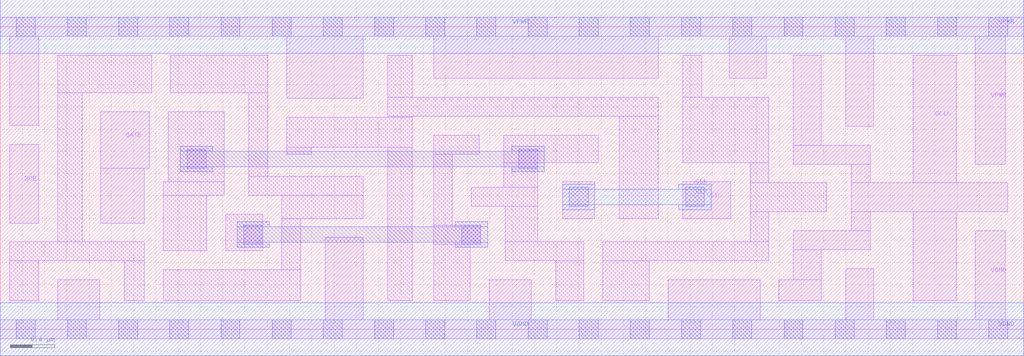
<source format=lef>
# Copyright 2020 The SkyWater PDK Authors
#
# Licensed under the Apache License, Version 2.0 (the "License");
# you may not use this file except in compliance with the License.
# You may obtain a copy of the License at
#
#     https://www.apache.org/licenses/LICENSE-2.0
#
# Unless required by applicable law or agreed to in writing, software
# distributed under the License is distributed on an "AS IS" BASIS,
# WITHOUT WARRANTIES OR CONDITIONS OF ANY KIND, either express or implied.
# See the License for the specific language governing permissions and
# limitations under the License.
#
# SPDX-License-Identifier: Apache-2.0

VERSION 5.7 ;
  NAMESCASESENSITIVE ON ;
  NOWIREEXTENSIONATPIN ON ;
  DIVIDERCHAR "/" ;
  BUSBITCHARS "[]" ;
UNITS
  DATABASE MICRONS 200 ;
END UNITS
PROPERTYDEFINITIONS
  MACRO maskLayoutSubType STRING ;
  MACRO prCellType STRING ;
  MACRO originalViewName STRING ;
END PROPERTYDEFINITIONS
MACRO sky130_fd_sc_hdll__sdlclkp_4
  CLASS CORE ;
  FOREIGN sky130_fd_sc_hdll__sdlclkp_4 ;
  ORIGIN  0.000000  0.000000 ;
  SIZE  9.200000 BY  2.720000 ;
  SYMMETRY X Y R90 ;
  SITE unithd ;
  PIN CLK
    ANTENNAGATEAREA  0.455700 ;
    DIRECTION INPUT ;
    USE SIGNAL ;
    PORT
      LAYER li1 ;
        RECT 5.055000 0.995000 5.345000 1.325000 ;
        RECT 6.135000 0.995000 6.565000 1.325000 ;
      LAYER mcon ;
        RECT 5.115000 1.105000 5.285000 1.275000 ;
        RECT 6.160000 1.105000 6.330000 1.275000 ;
      LAYER met1 ;
        RECT 5.055000 1.075000 5.345000 1.120000 ;
        RECT 5.055000 1.120000 6.390000 1.260000 ;
        RECT 5.055000 1.260000 5.345000 1.305000 ;
        RECT 6.100000 1.075000 6.390000 1.120000 ;
        RECT 6.100000 1.260000 6.390000 1.305000 ;
    END
  END CLK
  PIN GATE
    ANTENNAGATEAREA  0.178200 ;
    DIRECTION INPUT ;
    USE SIGNAL ;
    PORT
      LAYER li1 ;
        RECT 0.905000 0.955000 1.295000 1.445000 ;
        RECT 0.905000 1.445000 1.340000 1.955000 ;
    END
  END GATE
  PIN GCLK
    ANTENNADIFFAREA  1.251250 ;
    DIRECTION OUTPUT ;
    USE SIGNAL ;
    PORT
      LAYER li1 ;
        RECT 7.000000 0.255000 7.380000 0.445000 ;
        RECT 7.130000 0.445000 7.380000 0.715000 ;
        RECT 7.130000 0.715000 7.820000 0.885000 ;
        RECT 7.130000 1.485000 7.820000 1.655000 ;
        RECT 7.130000 1.655000 7.380000 2.465000 ;
        RECT 7.650000 0.885000 7.820000 1.055000 ;
        RECT 7.650000 1.055000 9.055000 1.315000 ;
        RECT 7.650000 1.315000 7.820000 1.485000 ;
        RECT 8.205000 0.255000 8.595000 1.055000 ;
        RECT 8.205000 1.315000 8.595000 2.465000 ;
    END
  END GCLK
  PIN SCE
    ANTENNAGATEAREA  0.178200 ;
    DIRECTION INPUT ;
    USE SIGNAL ;
    PORT
      LAYER li1 ;
        RECT 0.085000 0.955000 0.345000 1.665000 ;
    END
  END SCE
  PIN VGND
    ANTENNADIFFAREA  1.307800 ;
    DIRECTION INOUT ;
    USE SIGNAL ;
    PORT
      LAYER li1 ;
        RECT 0.000000 -0.085000 9.200000 0.085000 ;
        RECT 0.515000  0.085000 0.895000 0.445000 ;
        RECT 2.920000  0.085000 3.265000 0.825000 ;
        RECT 4.395000  0.085000 4.775000 0.445000 ;
        RECT 6.005000  0.085000 6.830000 0.445000 ;
        RECT 7.600000  0.085000 7.850000 0.545000 ;
        RECT 8.765000  0.085000 9.035000 0.885000 ;
      LAYER mcon ;
        RECT 0.145000 -0.085000 0.315000 0.085000 ;
        RECT 0.605000 -0.085000 0.775000 0.085000 ;
        RECT 1.065000 -0.085000 1.235000 0.085000 ;
        RECT 1.525000 -0.085000 1.695000 0.085000 ;
        RECT 1.985000 -0.085000 2.155000 0.085000 ;
        RECT 2.445000 -0.085000 2.615000 0.085000 ;
        RECT 2.905000 -0.085000 3.075000 0.085000 ;
        RECT 3.365000 -0.085000 3.535000 0.085000 ;
        RECT 3.825000 -0.085000 3.995000 0.085000 ;
        RECT 4.285000 -0.085000 4.455000 0.085000 ;
        RECT 4.745000 -0.085000 4.915000 0.085000 ;
        RECT 5.205000 -0.085000 5.375000 0.085000 ;
        RECT 5.665000 -0.085000 5.835000 0.085000 ;
        RECT 6.125000 -0.085000 6.295000 0.085000 ;
        RECT 6.585000 -0.085000 6.755000 0.085000 ;
        RECT 7.045000 -0.085000 7.215000 0.085000 ;
        RECT 7.505000 -0.085000 7.675000 0.085000 ;
        RECT 7.965000 -0.085000 8.135000 0.085000 ;
        RECT 8.425000 -0.085000 8.595000 0.085000 ;
        RECT 8.885000 -0.085000 9.055000 0.085000 ;
      LAYER met1 ;
        RECT 0.000000 -0.240000 9.200000 0.240000 ;
    END
  END VGND
  PIN VPWR
    ANTENNADIFFAREA  2.223500 ;
    DIRECTION INOUT ;
    USE SIGNAL ;
    PORT
      LAYER li1 ;
        RECT 0.000000 2.635000 9.200000 2.805000 ;
        RECT 0.085000 1.835000 0.345000 2.635000 ;
        RECT 2.575000 2.075000 3.265000 2.635000 ;
        RECT 3.895000 2.255000 5.915000 2.635000 ;
        RECT 6.555000 2.255000 6.885000 2.635000 ;
        RECT 7.600000 1.825000 7.850000 2.635000 ;
        RECT 8.765000 1.485000 9.035000 2.635000 ;
      LAYER mcon ;
        RECT 0.145000 2.635000 0.315000 2.805000 ;
        RECT 0.605000 2.635000 0.775000 2.805000 ;
        RECT 1.065000 2.635000 1.235000 2.805000 ;
        RECT 1.525000 2.635000 1.695000 2.805000 ;
        RECT 1.985000 2.635000 2.155000 2.805000 ;
        RECT 2.445000 2.635000 2.615000 2.805000 ;
        RECT 2.905000 2.635000 3.075000 2.805000 ;
        RECT 3.365000 2.635000 3.535000 2.805000 ;
        RECT 3.825000 2.635000 3.995000 2.805000 ;
        RECT 4.285000 2.635000 4.455000 2.805000 ;
        RECT 4.745000 2.635000 4.915000 2.805000 ;
        RECT 5.205000 2.635000 5.375000 2.805000 ;
        RECT 5.665000 2.635000 5.835000 2.805000 ;
        RECT 6.125000 2.635000 6.295000 2.805000 ;
        RECT 6.585000 2.635000 6.755000 2.805000 ;
        RECT 7.045000 2.635000 7.215000 2.805000 ;
        RECT 7.505000 2.635000 7.675000 2.805000 ;
        RECT 7.965000 2.635000 8.135000 2.805000 ;
        RECT 8.425000 2.635000 8.595000 2.805000 ;
        RECT 8.885000 2.635000 9.055000 2.805000 ;
      LAYER met1 ;
        RECT 0.000000 2.480000 9.200000 2.960000 ;
    END
  END VPWR
  OBS
    LAYER li1 ;
      RECT 0.085000 0.255000 0.345000 0.615000 ;
      RECT 0.085000 0.615000 1.295000 0.785000 ;
      RECT 0.515000 0.785000 0.735000 2.125000 ;
      RECT 0.515000 2.125000 1.360000 2.465000 ;
      RECT 1.115000 0.255000 1.295000 0.615000 ;
      RECT 1.465000 0.255000 2.700000 0.535000 ;
      RECT 1.465000 0.705000 1.855000 1.205000 ;
      RECT 1.465000 1.205000 2.015000 1.325000 ;
      RECT 1.510000 1.325000 2.015000 1.955000 ;
      RECT 1.530000 2.125000 2.405000 2.465000 ;
      RECT 2.025000 0.705000 2.360000 1.035000 ;
      RECT 2.235000 1.205000 3.265000 1.375000 ;
      RECT 2.235000 1.375000 2.405000 2.125000 ;
      RECT 2.530000 0.535000 2.700000 0.995000 ;
      RECT 2.530000 0.995000 3.265000 1.205000 ;
      RECT 2.575000 1.575000 2.795000 1.635000 ;
      RECT 2.575000 1.635000 3.705000 1.905000 ;
      RECT 3.485000 0.255000 3.705000 1.635000 ;
      RECT 3.485000 1.905000 3.705000 1.915000 ;
      RECT 3.485000 1.915000 5.915000 2.085000 ;
      RECT 3.485000 2.085000 3.705000 2.465000 ;
      RECT 3.895000 0.255000 4.225000 0.765000 ;
      RECT 3.895000 0.765000 4.320000 0.935000 ;
      RECT 3.895000 0.935000 4.065000 1.575000 ;
      RECT 3.895000 1.575000 4.305000 1.745000 ;
      RECT 4.235000 1.105000 4.830000 1.275000 ;
      RECT 4.525000 1.275000 4.830000 1.495000 ;
      RECT 4.525000 1.495000 5.375000 1.745000 ;
      RECT 4.540000 0.615000 5.245000 0.785000 ;
      RECT 4.540000 0.785000 4.830000 1.105000 ;
      RECT 4.995000 0.255000 5.245000 0.615000 ;
      RECT 5.415000 0.255000 5.835000 0.615000 ;
      RECT 5.415000 0.615000 6.910000 0.785000 ;
      RECT 5.565000 0.995000 5.915000 1.915000 ;
      RECT 6.135000 1.495000 6.910000 2.085000 ;
      RECT 6.135000 2.085000 6.305000 2.465000 ;
      RECT 6.740000 0.785000 6.910000 1.055000 ;
      RECT 6.740000 1.055000 7.430000 1.315000 ;
      RECT 6.740000 1.315000 6.910000 1.495000 ;
    LAYER mcon ;
      RECT 1.680000 1.445000 1.850000 1.615000 ;
      RECT 2.190000 0.765000 2.360000 0.935000 ;
      RECT 4.150000 0.765000 4.320000 0.935000 ;
      RECT 4.660000 1.445000 4.830000 1.615000 ;
    LAYER met1 ;
      RECT 1.620000 1.415000 1.910000 1.460000 ;
      RECT 1.620000 1.460000 4.890000 1.600000 ;
      RECT 1.620000 1.600000 1.910000 1.645000 ;
      RECT 2.130000 0.735000 2.420000 0.780000 ;
      RECT 2.130000 0.780000 4.380000 0.920000 ;
      RECT 2.130000 0.920000 2.420000 0.965000 ;
      RECT 4.090000 0.735000 4.380000 0.780000 ;
      RECT 4.090000 0.920000 4.380000 0.965000 ;
      RECT 4.600000 1.415000 4.890000 1.460000 ;
      RECT 4.600000 1.600000 4.890000 1.645000 ;
  END
  PROPERTY maskLayoutSubType "abstract" ;
  PROPERTY prCellType "standard" ;
  PROPERTY originalViewName "layout" ;
END sky130_fd_sc_hdll__sdlclkp_4

</source>
